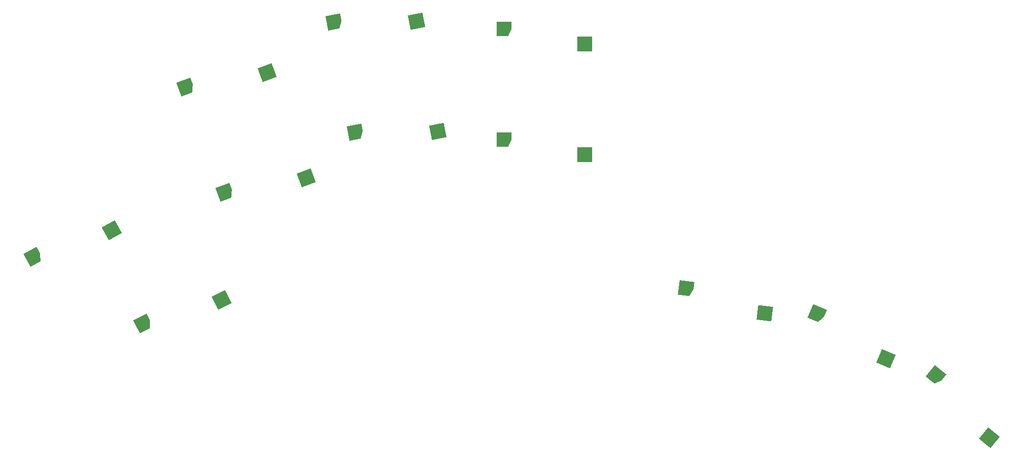
<source format=gbr>
%TF.GenerationSoftware,KiCad,Pcbnew,9.0.3*%
%TF.CreationDate,2025-08-09T00:32:57-04:00*%
%TF.ProjectId,darling,6461726c-696e-4672-9e6b-696361645f70,rev?*%
%TF.SameCoordinates,Original*%
%TF.FileFunction,Paste,Top*%
%TF.FilePolarity,Positive*%
%FSLAX46Y46*%
G04 Gerber Fmt 4.6, Leading zero omitted, Abs format (unit mm)*
G04 Created by KiCad (PCBNEW 9.0.3) date 2025-08-09 00:32:57*
%MOMM*%
%LPD*%
G01*
G04 APERTURE LIST*
G04 Aperture macros list*
%AMRotRect*
0 Rectangle, with rotation*
0 The origin of the aperture is its center*
0 $1 length*
0 $2 width*
0 $3 Rotation angle, in degrees counterclockwise*
0 Add horizontal line*
21,1,$1,$2,0,0,$3*%
%AMFreePoly0*
4,1,6,1.275000,-0.649999,0.685000,-1.900000,-1.275000,-1.899999,-1.275000,0.599999,1.275000,0.599999,1.275000,-0.649999,1.275000,-0.649999,$1*%
G04 Aperture macros list end*
%ADD10FreePoly0,11.000000*%
%ADD11RotRect,2.550000X2.500000X11.000000*%
%ADD12FreePoly0,20.360000*%
%ADD13RotRect,2.550000X2.500000X20.360000*%
%ADD14FreePoly0,0.000000*%
%ADD15R,2.550000X2.500000*%
%ADD16FreePoly0,353.000000*%
%ADD17RotRect,2.550000X2.500000X353.000000*%
%ADD18FreePoly0,321.000000*%
%ADD19RotRect,2.550000X2.500000X321.000000*%
%ADD20FreePoly0,29.000000*%
%ADD21RotRect,2.550000X2.500000X29.000000*%
%ADD22FreePoly0,337.000000*%
%ADD23RotRect,2.550000X2.500000X337.000000*%
%ADD24FreePoly0,27.000000*%
%ADD25RotRect,2.550000X2.500000X27.000000*%
G04 APERTURE END LIST*
D10*
%TO.C,sw3*%
X86622479Y-36620899D03*
D11*
X100826696Y-37109584D03*
%TD*%
D12*
%TO.C,sw5*%
X61169301Y-47757681D03*
D13*
X75263880Y-45929725D03*
%TD*%
D14*
%TO.C,sw2*%
X115838037Y-56768162D03*
D15*
X129688037Y-59958161D03*
%TD*%
D16*
%TO.C,sw9*%
X147117982Y-82275863D03*
D17*
X160475983Y-87129974D03*
%TD*%
D18*
%TO.C,sw11*%
X190158894Y-97285478D03*
D19*
X198914834Y-108480660D03*
%TD*%
D20*
%TO.C,sw7*%
X35019797Y-76903179D03*
D21*
X48679822Y-72978602D03*
%TD*%
D22*
%TO.C,sw10*%
X169696789Y-86625530D03*
D23*
X181199350Y-94973566D03*
%TD*%
D24*
%TO.C,sw8*%
X53750056Y-88340748D03*
D25*
X67538725Y-84895290D03*
%TD*%
D14*
%TO.C,sw1*%
X115838037Y-37843162D03*
D15*
X129688037Y-41033161D03*
%TD*%
D10*
%TO.C,sw4*%
X90291736Y-55497589D03*
D11*
X104495953Y-55986274D03*
%TD*%
D12*
%TO.C,sw6*%
X67859757Y-65786290D03*
D13*
X81954336Y-63958334D03*
%TD*%
M02*

</source>
